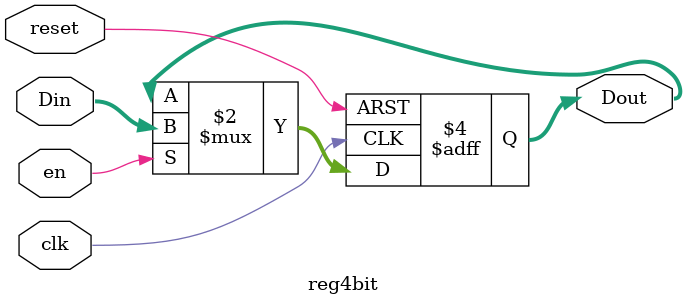
<source format=v>
`timescale 1ns / 1ps
`timescale 1ns / 1ps
module reg4bit (
    input clk,
    input en,
    input reset,
    input [3:0] Din,
    output reg [3:0] Dout
);
    always @(posedge clk or posedge reset) begin
        if (reset) begin
            Dout <= 4'b0000;
        end else if (en) begin
            Dout <= Din;
        end
    end
endmodule


</source>
